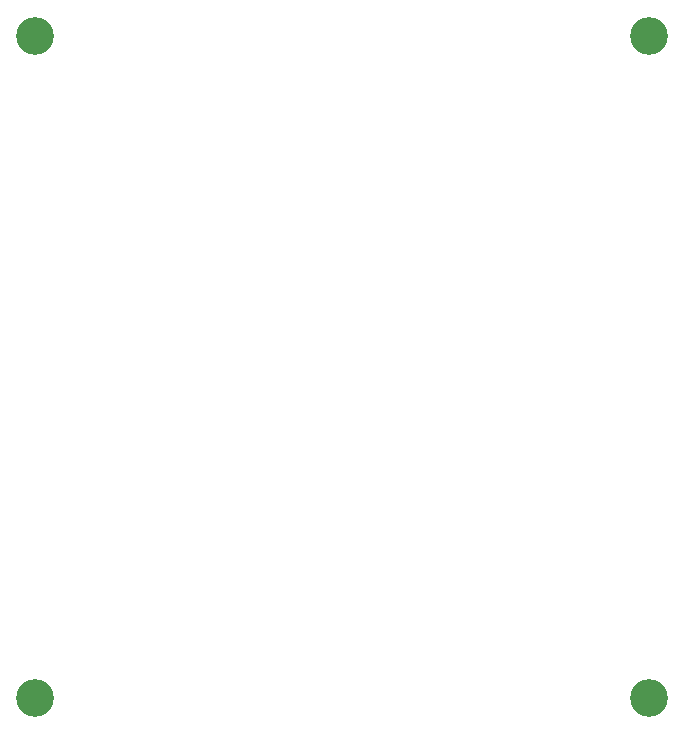
<source format=gbr>
%TF.GenerationSoftware,KiCad,Pcbnew,6.0.5-a6ca702e91~116~ubuntu20.04.1*%
%TF.CreationDate,2022-05-11T23:20:03+02:00*%
%TF.ProjectId,uHoubolt_PCB_GNSS_Cover,75486f75-626f-46c7-945f-5043425f474e,rev?*%
%TF.SameCoordinates,PX8f0d180PY5f5e100*%
%TF.FileFunction,NonPlated,1,2,NPTH,Drill*%
%TF.FilePolarity,Positive*%
%FSLAX46Y46*%
G04 Gerber Fmt 4.6, Leading zero omitted, Abs format (unit mm)*
G04 Created by KiCad (PCBNEW 6.0.5-a6ca702e91~116~ubuntu20.04.1) date 2022-05-11 23:20:03*
%MOMM*%
%LPD*%
G01*
G04 APERTURE LIST*
%TA.AperFunction,ComponentDrill*%
%ADD10C,3.200000*%
%TD*%
G04 APERTURE END LIST*
D10*
%TO.C,REF\u002A\u002A*%
X-26000000Y28000000D03*
X-26000000Y-28000000D03*
X26000000Y28000000D03*
X26000000Y-28000000D03*
M02*

</source>
